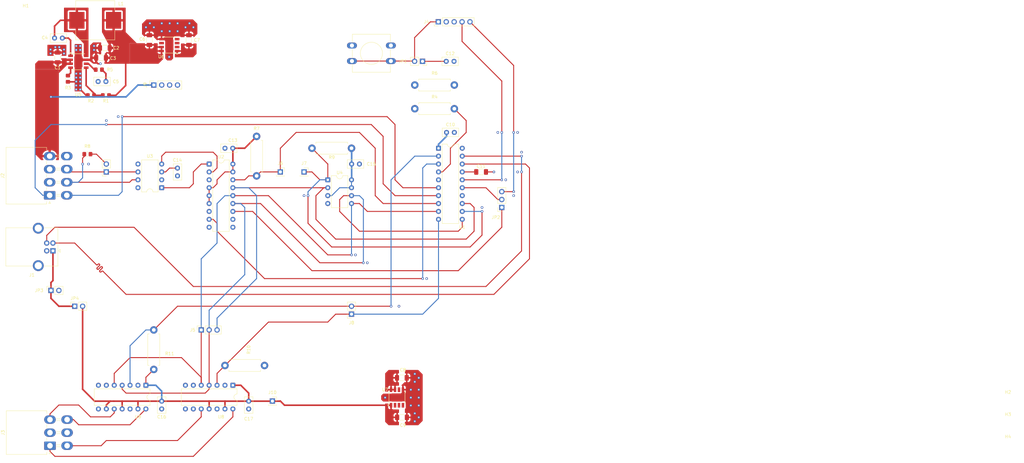
<source format=kicad_pcb>
(kicad_pcb (version 20241229) (generator "pcbnew") (generator_version "9.0")
  (layers (0 "F.Cu" signal) (4 "In1.Cu" signal) (6 "In2.Cu" signal) (2 "B.Cu" power) (13 "F.Paste" user) (15 "B.Paste" user) (5 "F.SilkS" user "F.Silkscreen") (7 "B.SilkS" user "B.Silkscreen") (1 "F.Mask" user) (3 "B.Mask" user) (25 "Edge.Cuts" user))
  (net 0 "")
  (net 1 "+12V")
  (net 2 "GND")
  (net 3 "+6.5V")
  (net 4 "Net-(U5-BST)")
  (net 5 "Net-(U5-SW)")
  (net 6 "Net-(C5-Pad2)")
  (net 7 "+5V")
  (net 8 "+5VA")
  (net 9 "Net-(U1-Vusb3v3)")
  (net 10 "Net-(JP1-A)")
  (net 12 "/USB_D+")
  (net 13 "VBUS")
  (net 15 "/USB_D-")
  (net 16 "/CAN_L")
  (net 17 "/Tach")
  (net 18 "/Speed")
  (net 19 "/CAN_H")
  (net 20 "/AN1")
  (net 21 "/AN4")
  (net 22 "/AN2")
  (net 23 "/AN3")
  (net 24 "/ICSP_~{MCLR}")
  (net 25 "/ICSP_CLK")
  (net 26 "/ICSP_DAT")
  (net 27 "/DAC1_~{CS}")
  (net 28 "/MISO")
  (net 29 "/ROM_~{CS}")
  (net 30 "/DAC2_~{CS}")
  (net 31 "/SCK")
  (net 32 "/MOSI")
  (net 33 "/CAN_~{CS}")
  (net 34 "/INT")
  (net 35 "Net-(JP5-B)")
  (net 36 "Net-(U5-FB)")
  (net 37 "Net-(U5-RT{slash}CLK)")
  (net 38 "/~{MCLR}")
  (net 39 "Net-(U5-COMP)")
  (net 41 "/CLK")
  (net 42 "/CAN_RX")
  (net 47 "/CAN_TX")
  (net 64 "/INT{slash}ICSP_CLK")
  (footprint "Connector_PinSocket_2.54mm:PinSocket_1x02_P2.54mm_Vertical" (layer "F.Cu") (at 55.88 134.62 180)
    (property "Reference" "JP5" (hide yes))
    (property "Value" "Term")
  )
  (footprint "Package_DIP:DIP-14_W7.62mm" (layer "F.Cu") (at 96.52 203.2 -90)
    (property "Reference" "U8")
    (property "Value" "MCP4912" (hide yes))
  )
  (footprint "Capacitor_THT:C_Disc_D5.0mm_W2.5mm_P2.50mm" (layer "F.Cu") (at 137.16 132.08 180)
    (property "Reference" "C15")
    (property "Value" "100n" (hide yes))
  )
  (footprint "Connector_PinSocket_2.54mm:PinSocket_1x01_P2.54mm_Vertical" (layer "F.Cu") (at 111.76 134.62)
    (property "Reference" "J6")
    (property "Value" "CAN CS")
  )
  (footprint "Connector_PinSocket_2.54mm:PinSocket_1x02_P2.54mm_Vertical" (layer "F.Cu") (at 38.1 172.72 90)
    (property "Reference" "JP3")
    (property "Value" "USB_PWR")
  )
  (footprint "Capacitor_THT:C_Disc_D5.0mm_W2.5mm_P2.50mm" (layer "F.Cu") (at 93.98 127)
    (property "Reference" "C13")
    (property "Value" "100n" (hide yes))
  )
  (footprint "Connector_PinHeader_2.54mm:PinHeader_1x05_P2.54mm_Vertical" (layer "F.Cu") (at 162.5 86.36 90)
    (property "Reference" "J4")
    (property "Value" "ICSP")
  )
  (footprint "Capacitor_THT:C_Disc_D5.0mm_W2.5mm_P2.50mm" (layer "F.Cu") (at 73.66 208.32 -90)
    (property "Reference" "C16")
    (property "Value" "100n" (hide yes))
  )
  (footprint "Connector_PinSocket_2.54mm:PinSocket_1x03_P2.54mm_Vertical" (layer "F.Cu") (at 182.88 146.035 180)
    (property "Reference" "JP2")
    (property "Value" "Prog")
  )
  (footprint "Resistor_SMD:R_0805_2012Metric_Pad1.20x1.40mm_HandSolder" (layer "F.Cu") (at 49.8 128.905 180)
    (property "Reference" "R8")
    (property "Value" "120" (hide yes))
  )
  (footprint "Resistor_SMD:R_0805_2012Metric_Pad1.20x1.40mm_HandSolder" (layer "F.Cu") (at 55.745 110)
    (property "Reference" "R1")
    (property "Value" "73k2" (hide yes))
  )
  (footprint "Connector_PinSocket_2.54mm:PinSocket_1x02_P2.54mm_Vertical" (layer "F.Cu") (at 157.42 99.06 -90)
    (property "Reference" "JP1")
    (property "Value" "~{Prog}")
  )
  (footprint "Capacitor_THT:C_Disc_D5.0mm_W2.5mm_P2.50mm" (layer "F.Cu") (at 39.255 91.585)
    (property "Reference" "C4")
    (property "Value" "100n" (hide yes))
  )
  (footprint "Capacitor_THT:C_Disc_D5.0mm_W2.5mm_P2.50mm" (layer "F.Cu") (at 165.04 99.06)
    (property "Reference" "C12")
    (property "Value" "100n" (hide yes))
  )
  (footprint "Capacitor_SMD:C_1206_3216Metric_Pad1.33x1.80mm_HandSolder" (layer "F.Cu") (at 176.2375 134.62)
    (property "Reference" "C11")
    (property "Value" "1u" (hide yes))
  )
  (footprint "Package_DIP:DIP-8_W7.62mm" (layer "F.Cu") (at 127 137.16)
    (property "Reference" "U4")
    (property "Value" "25LC160C" (hide yes))
  )
  (footprint "Resistor_THT:R_Axial_DIN0411_L9.9mm_D3.6mm_P12.70mm_Horizontal" (layer "F.Cu") (at 106.68 196.85 180)
    (property "Reference" "R10")
    (property "Value" "10k" (hide yes))
  )
  (footprint "Connector_PinSocket_2.54mm:PinSocket_1x02_P2.54mm_Vertical" (layer "F.Cu") (at 134.62 180.34 180)
    (property "Reference" "J8")
    (property "Value" "DAC CS")
  )
  (footprint "Capacitor_SMD:C_1206_3216Metric_Pad1.33x1.80mm_HandSolder" (layer "F.Cu") (at 69.715 92.22 90)
    (property "Reference" "C6")
    (property "Value" "22u" (hide yes))
  )
  (footprint "Capacitor_THT:C_Disc_D5.0mm_W2.5mm_P2.50mm" (layer "F.Cu") (at 53.245 105.555)
    (property "Reference" "C5")
    (property "Value" "100n" (hide yes))
  )
  (footprint "Resistor_SMD:R_0805_2012Metric_Pad1.20x1.40mm_HandSolder" (layer "F.Cu") (at 43.553 104.65 -90)
    (property "Reference" "R3")
    (property "Value" "50k" (hide yes))
  )
  (footprint "Button_Switch_THT:SW_PUSH-12mm" (layer "F.Cu") (at 134.76 93.98)
    (property "Reference" "SW1" (hide yes))
    (property "Value" "Reset")
  )
  (footprint "Resistor_SMD:R_0805_2012Metric_Pad1.20x1.40mm_HandSolder" (layer "F.Cu") (at 50.935 110)
    (property "Reference" "R2")
    (property "Value" "10k" (hide yes))
  )
  (footprint "Connector_Molex:Molex_Mini-Fit_Jr_5569-06A2_2x03_P4.20mm_Horizontal" (layer "F.Cu") (at 37.78 222.64 90)
    (property "Reference" "J3")
    (property "Value" "Analog")
  )
  (footprint "Resistor_THT:R_Axial_DIN0411_L9.9mm_D3.6mm_P12.70mm_Horizontal" (layer "F.Cu") (at 71.12 198.12 90)
    (property "Reference" "R11")
    (property "Value" "10k" (hide yes))
  )
  (footprint "Connector_Molex:Molex_Mini-Fit_Jr_5569-08A2_2x04_P4.20mm_Horizontal" (layer "F.Cu") (at 37.68 142.14 90)
    (property "Reference" "J2")
    (property "Value" "Conn_02x04_Top_Bottom" (hide yes))
  )
  (footprint "Capacitor_THT:C_Disc_D5.0mm_W2.5mm_P2.50mm" (layer "F.Cu") (at 78.74 135.89 90)
    (property "Reference" "C14")
    (property "Value" "100n" (hide yes))
  )
  (footprint "Resistor_SMD:R_0805_2012Metric_Pad1.20x1.40mm_HandSolder" (layer "F.Cu") (at 53.475 101.745 180)
    (property "Reference" "R5")
    (property "Value" "12k" (hide yes))
  )
  (footprint "Package_DIP:DIP-14_W7.62mm" (layer "F.Cu") (at 68.58 203.2 -90)
    (property "Reference" "U9")
    (property "Value" "MCP4912" (hide yes))
  )
  (footprint "Connector_USB:USB_B_OST_USB-B1HSxx_Horizontal" (layer "F.Cu") (at 38.735 159.98 180)
    (property "Reference" "J1")
    (property "Value" "USB_B")
  )
  (footprint "Capacitor_SMD:C_1206_3216Metric_Pad1.33x1.80mm_HandSolder" (layer "F.Cu") (at 150.7875 200.81875)
    (property "Reference" "C8")
    (property "Value" "22u" (hide yes))
  )
  (footprint "MountingHole:MountingHole_3.2mm_M3_DIN965" (layer "F.Cu") (at 345.44 209.22)
    (property "Reference" "H2")
    (property "Value" "MountingHole")
  )
  (footprint "MountingHole:MountingHole_3.2mm_M3_DIN965" (layer "F.Cu") (at 345.44 216.37)
    (property "Reference" "H3")
    (property "Value" "MountingHole")
  )
  (footprint "Package_SO:Diodes_SO-8EP" (layer "F.Cu") (at 149.225 207.12625 90)
    (property "Reference" "U7")
    (property "Value" "AP7375Q" (hide yes))
  )
  (footprint "MountingHole:MountingHole_3.2mm_M3_DIN965" (layer "F.Cu") (at 345.44 223.52)
    (property "Reference" "H4")
    (property "Value" "MountingHole")
  )
  (footprint "Connector_PinSocket_2.54mm:PinSocket_1x04_P2.54mm_Vertical" (layer "F.Cu") (at 71.12 106.68 90)
    (property "Reference" "J9")
    (property "Value" "Conn_01x04_Socket" (hide yes))
  )
  (footprint "Connector_PinSocket_2.54mm:PinSocket_1x02_P2.54mm_Vertical" (layer "F.Cu") (at 45.72 177.8 90)
    (property "Reference" "JP4")
    (property "Value" "USB_PWR" (hide yes))
  )
  (footprint "Capacitor_SMD:C_1206_3216Metric_Pad1.33x1.80mm_HandSolder" (layer "F.Cu") (at 40.251 97.808 90)
    (property "Reference" "C1")
    (property "Value" "22u" (hide yes))
  )
  (footprint "Package_DIP:DIP-20_W7.62mm" (layer "F.Cu") (at 162.56 127)
    (property "Reference" "U1")
    (property "Value" "PIC16F1459-IP" (hide yes))
  )
  (footprint "Package_SO:Diodes_SO-8EP" (layer "F.Cu") (at 46.8975 99.205)
    (property "Reference" "U5")
    (property "Value" "AP64100Q" (hide yes))
  )
  (footprint "Resistor_THT:R_Axial_DIN0411_L9.9mm_D3.6mm_P12.70mm_Horizontal" (layer "F.Cu") (at 134.62 127 180)
    (property "Reference" "R9")
    (property "Value" "10k")
  )
  (footprint "Inductor_SMD:L_Wuerth_WE-PD-Typ-LS_Handsoldering" (layer "F.Cu") (at 52.316 85.87)
    (property "Reference" "L1")
    (property "Value" "15u" (hide yes))
  )
  (footprint "Package_DIP:DIP-18_W7.62mm" (layer "F.Cu") (at 88.9 132.08)
    (property "Reference" "U2")
    (property "Value" "MCP2515-I/P" (hide yes))
  )
  (footprint "Capacitor_SMD:C_1206_3216Metric_Pad1.33x1.80mm_HandSolder" (layer "F.Cu") (at 54.1825 97.935)
    (property "Reference" "C3")
    (property "Value" "22u" (hide yes))
  )
  (footprint "Resistor_THT:R_Axial_DIN0411_L9.9mm_D3.6mm_P12.70mm_Horizontal" (layer "F.Cu") (at 104.14 123.19 -90)
    (property "Reference" "R7")
    (property "Value" "10k" (hide yes))
  )
  (footprint "Capacitor_THT:C_Disc_D5.0mm_W2.5mm_P2.50mm" (layer "F.Cu") (at 165.14 121.92)
    (property "Reference" "C10")
    (property "Value" "100n" (hide yes))
  )
  (footprint "Connector_PinSocket_2.54mm:PinSocket_1x01_P2.54mm_Vertical" (layer "F.Cu") (at 119.38 134.62)
    (property "Reference" "J7")
    (property "Value" "ROM CS")
  )
  (footprint "Capacitor_SMD:C_1206_3216Metric_Pad1.33x1.80mm_HandSolder" (layer "F.Cu") (at 55.4025 94.76)
    (property "Reference" "C2")
    (property "Value" "22u" (hide yes))
  )
  (footprint "Resistor_THT:R_Axial_DIN0411_L9.9mm_D3.6mm_P12.70mm_Horizontal" (layer "F.Cu") (at 167.64 106.68 180)
    (property "Reference" "R6")
    (property "Value" "10k" (hide yes))
  )
  (footprint "Capacitor_SMD:C_1206_3216Metric_Pad1.33x1.80mm_HandSolder" (layer "F.Cu") (at 150.8375 213.51875)
    (property "Reference" "C9")
    (property "Value" "22u" (hide yes))
  )
  (footprint "MountingHole:MountingHole_3.2mm_M3_DIN965" (layer "F.Cu") (at 30 85)
    (property "Reference" "H1")
    (property "Value" "MountingHole")
  )
  (footprint "Connector_PinSocket_2.54mm:PinSocket_1x01_P2.54mm_Vertical" (layer "F.Cu") (at 109.22 208.28)
    (property "Reference" "J10")
    (property "Value" "+5VA")
  )
  (footprint "Package_DIP:DIP-8_W7.62mm" (layer "F.Cu") (at 73.66 139.7 180)
    (property "Reference" "U3")
    (property "Value" "MCP2561-E-P" (hide yes))
  )
  (footprint "Capacitor_THT:C_Disc_D5.0mm_W2.5mm_P2.50mm" (layer "F.Cu") (at 101.6 208.32 -90)
    (property "Reference" "C17")
    (property "Value" "100n" (hide yes))
  )
  (footprint "Capacitor_SMD:C_1206_3216Metric_Pad1.33x1.80mm_HandSolder" (layer "F.Cu") (at 82.415 92.22 90)
    (property "Reference" "C7")
    (property "Value" "22u" (hide yes))
  )
  (footprint "Package_SO:Diodes_SO-8EP" (layer "F.Cu") (at 76.1075 93.8325 180)
    (property "Reference" "U6")
    (property "Value" "AP7375Q" (hide yes))
  )
  (footprint "Connector_PinSocket_2.54mm:PinSocket_1x03_P2.54mm_Vertical" (layer "F.Cu") (at 86.36 185.42 90)
    (property "Reference" "J5")
    (property "Value" "SPI debug")
  )
  (footprint "Resistor_THT:R_Axial_DIN0411_L9.9mm_D3.6mm_P12.70mm_Horizontal" (layer "F.Cu") (at 154.94 114.3)
    (property "Reference" "R4")
    (property "Value" "220" (hide yes))
  )
  (via (at 38.1 110.49) (size 0.8128) (drill 0.4) (layers "F.Cu" "B.Cu") (net 1))
  (segment (start 38.1 110.49) (end 62.23 110.49) (width 0.508) (layer "B.Cu") (net 1))
  (segment (start 62.23 110.49) (end 66.04 106.68) (width 0.508) (layer "B.Cu") (net 1))
  (segment (start 66.04 106.68) (end 71.12 106.68) (width 0.508) (layer "B.Cu") (net 1))
  (segment (start 49.395 110) (end 47.49 108.095) (width 0.508) (layer "F.Cu") (net 2))
  (segment (start 53.967 99.84) (end 53.205 99.84) (width 0.508) (layer "F.Cu") (net 2))
  (segment (start 46.125 105.65) (end 46.22 105.555) (width 0.508) (layer "F.Cu") (net 2))
  (segment (start 53.205 99.84) (end 52.62 99.255) (width 0.508) (layer "F.Cu") (net 2))
  (segment (start 52.62 99.255) (end 52.62 97.935) (width 0.508) (layer "F.Cu") (net 2))
  (segment (start 177.8 134.62) (end 180.34 134.62) (width 0.3048) (layer "F.Cu") (net 2))
  (segment (start 49.935 110) (end 49.395 110) (width 0.508) (layer "F.Cu") (net 2))
  (segment (start 43.553 105.65) (end 46.125 105.65) (width 0.508) (layer "F.Cu") (net 2))
  (via (at 156.21 204.62875) (size 0.8128) (drill 0.4) (layers "F.Cu" "B.Cu") (net 2))
  (via (at 119.38 142.24) (size 0.8128) (drill 0.4) (layers "F.Cu" "B.Cu") (net 2))
  (via (at 180.34 134.62) (size 0.8128) (drill 0.4) (layers "F.Cu" "B.Cu") (net 2))
  (via (at 39.489 94.506) (size 0.8128) (drill 0.4) (layers "F.Cu" "B.Cu") (net 2))
  (via (at 47.49 108.095) (size 0.8128) (drill 0.4) (layers "F.Cu" "B.Cu") (net 2))
  (via (at 76.22375 89.3875) (size 0.8128) (drill 0.4) (layers "F.Cu" "B.Cu") (net 2))
  (via (at 46.22 108.095) (size 0.8128) (drill 0.4) (layers "F.Cu" "B.Cu") (net 2))
  (via (at 59.69 116.84) (size 0.8128) (drill 0.4) (layers "F.Cu" "B.Cu") (net 2))
  (via (at 154.94 199.54875) (size 0.8128) (drill 0.4) (layers "F.Cu" "B.Cu") (net 2))
  (via (at 46.22 95.395) (size 0.8128) (drill 0.4) (layers "F.Cu" "B.Cu") (net 2))
  (via (at 68.60375 88.1175) (size 0.8128) (drill 0.4) (layers "F.Cu" "B.Cu") (net 2))
  (via (at 153.67 204.62875) (size 0.8128) (drill 0.4) (layers "F.Cu" "B.Cu") (net 2))
  (via (at 78.76375 86.8475) (size 0.8128) (drill 0.4) (layers "F.Cu" "B.Cu") (net 2))
  (via (at 46.22 104.285) (size 0.8128) (drill 0.4) (layers "F.Cu" "B.Cu") (net 2))
  (via (at 78.76375 89.3875) (size 0.8128) (drill 0.4) (layers "F.Cu" "B.Cu") (net 2))
  (via (at 154.94 214.78875) (size 0.8128) (drill 0.4) (layers "F.Cu" "B.Cu") (net 2))
  (via (at 51.935 94.125) (size 0.8128) (drill 0.4) (layers "F.Cu" "B.Cu") (net 2))
  (via (at 186.69 142.24) (size 0.8128) (drill 0.4) (layers "F.Cu" "B.Cu") (net 2))
  (via (at 83.84375 88.1175) (size 0.8128) (drill 0.4) (layers "F.Cu" "B.Cu") (net 2))
  (via (at 47.49 95.395) (size 0.8128) (drill 0.4) (layers "F.Cu" "B.Cu") (net 2))
  (via (at 156.21 213.51875) (size 0.8128) (drill 0.4) (layers "F.Cu" "B.Cu") (net 2))
  (via (at 73.68375 89.3875) (size 0.8128) (drill 0.4) (layers "F.Cu" "B.Cu") (net 2))
  (via (at 47.49 106.825) (size 0.8128) (drill 0.4) (layers "F.Cu" "B.Cu") (net 2))
  (via (at 154.94 212.24875) (size 0.8128) (drill 0.4) (layers "F.Cu" "B.Cu") (net 2))
  (via (at 37.965 96.538) (size 0.8128) (drill 0.4) (layers "F.Cu" "B.Cu") (net 2))
  (via (at 71.14375 88.1175) (size 0.8128) (drill 0.4) (layers "F.Cu" "B.Cu") (net 2))
  (via (at 55.88 118.11) (size 0.8128) (drill 0.4) (layers "F.Cu" "B.Cu") (net 2))
  (via (at 154.94 202.08875) (size 0.8128) (drill 0.4) (layers "F.Cu" "B.Cu") (net 2))
  (via (at 181.61 121.92) (size 0.8128) (drill 0.4) (layers "F.Cu" "B.Cu") (net 2))
  (via (at 47.49 105.555) (size 0.8128) (drill 0.4) (layers "F.Cu" "B.Cu") (net 2))
  (via (at 149.86 177.8) (size 0.8128) (drill 0.4) (layers "F.Cu" "B.Cu") (net 2))
  (via (at 189.23 128.27) (size 0.8128) (drill 0.4) (layers "F.Cu" "B.Cu") (net 2))
  (via (at 50.165 132.08) (size 0.8128) (drill 0.4) (layers "F.Cu" "B.Cu") (net 2))
  (via (at 158.75 168.91) (size 0.8128) (drill 0.4) (layers "F.Cu" "B.Cu") (net 2))
  (via (at 187.96 121.92) (size 0.8128) (drill 0.4) (layers "F.Cu" "B.Cu") (net 2))
  (via (at 53.967 99.84) (size 0.8128) (drill 0.4) (layers "F.Cu" "B.Cu") (net 2))
  (via (at 37.965 95.268) (size 0.8128) (drill 0.4) (layers "F.Cu" "B.Cu") (net 2))
  (via (at 153.67 209.70875) (size 0.8128) (drill 0.4) (layers "F.Cu" "B.Cu") (net 2))
  (via (at 47.49 104.285) (size 0.8128) (drill 0.4) (layers "F.Cu" "B.Cu") (net 2))
  (via (at 184.15 137.16) (size 0.8128) (drill 0.4) (layers "F.Cu" "B.Cu") (net 2))
  (via (at 153.67 207.16875) (size 0.8128) (drill 0.4) (layers "F.Cu" "B.Cu") (net 2))
  (via (at 76.22375 86.8475) (size 0.8128) (drill 0.4) (layers "F.Cu" "B.Cu") (net 2))
  (via (at 156.21 200.81875) (size 0.8128) (drill 0.4) (layers "F.Cu" "B.Cu") (net 2))
  (via (at 51.935 95.395) (size 0.8128) (drill 0.4) (layers "F.Cu" "B.Cu") (net 2))
  (via (at 42.283 95.268) (size 0.8128) (drill 0.4) (layers "F.Cu" "B.Cu") (net 2))
  (via (at 46.22 106.825) (size 0.8128) (drill 0.4) (layers "F.Cu" "B.Cu") (net 2))
  (via (at 42.283 96.538) (size 0.8128) (drill 0.4) (layers "F.Cu" "B.Cu") (net 2))
  (via (at 135.89 161.29) (size 0.8128) (drill 0.4) (layers "F.Cu" "B.Cu") (net 2))
  (via (at 156.21 207.16875) (size 0.8128) (drill 0.4) (layers "F.Cu" "B.Cu") (net 2))
  (via (at 46.22 105.555) (size 0.8128) (drill 0.4) (layers "F.Cu" "B.Cu") (net 2))
  (via (at 139.7 163.83) (size 0.8128) (drill 0.4) (layers "F.Cu" "B.Cu") (net 2))
  (via (at 82.57375 86.8475) (size 0.8128) (drill 0.4) (layers "F.Cu" "B.Cu") (net 2))
  (via (at 69.87375 86.8475) (size 0.8128) (drill 0.4) (layers "F.Cu" "B.Cu") (net 2))
  (via (at 40.759 94.506) (size 0.8128) (drill 0.4) (layers "F.Cu" "B.Cu") (net 2))
  (via (at 76.065 97.6425) (size 0.8128) (drill 0.4) (layers "F.Cu" "B.Cu") (net 2))
  (via (at 187.96 134.62) (size 0.8128) (drill 0.4) (layers "F.Cu" "B.Cu") (net 2))
  (via (at 46.22 103.015) (size 0.8128) (drill 0.4) (layers "F.Cu" "B.Cu") (net 2))
  (via (at 46.22 94.125) (size 0.8128) (drill 0.4) (layers "F.Cu" "B.Cu") (net 2))
  (via (at 156.21 209.70875) (size 0.8128) (drill 0.4) (layers "F.Cu" "B.Cu") (net 2))
  (via (at 47.49 103.015) (size 0.8128) (drill 0.4) (layers "F.Cu" "B.Cu") (net 2))
  (via (at 81.30375 88.1175) (size 0.8128) (drill 0.4) (layers "F.Cu" "B.Cu") (net 2))
  (via (at 73.68375 86.8475) (size 0.8128) (drill 0.4) (layers "F.Cu" "B.Cu") (net 2))
  (via (at 176.53 146.05) (size 0.8128) (drill 0.4) (layers "F.Cu" "B.Cu") (net 2))
  (via (at 145.415 207.16875) (size 0.8128) (drill 0.4) (layers "F.Cu" "B.Cu") (net 2))
  (via (at 47.49 94.125) (size 0.8128) (drill 0.4) (layers "F.Cu" "B.Cu") (net 2))
  (segment (start 60.825 97.935) (end 55.745 97.935) (width 0.508) (layer "F.Cu") (net 3))
  (segment (start 62.095 106.825) (end 62.095 99.205) (width 0.508) (layer "F.Cu") (net 3))
  (segment (start 62.095 99.205) (end 60.825 97.935) (width 0.508) (layer "F.Cu") (net 3))
  (segment (start 56.745 110) (end 58.92 110) (width 0.508) (layer "F.Cu") (net 3))
  (segment (start 58.92 110) (end 62.095 106.825) (width 0.508) (layer "F.Cu") (net 3))
  (segment (start 44.4 97.3) (end 44.4 92.305) (width 0.508) (layer "F.Cu") (net 4))
  (segment (start 44.4 92.305) (end 43.68 91.585) (width 0.508) (layer "F.Cu") (net 4))
  (segment (start 43.68 91.585) (end 41.755 91.585) (width 0.508) (layer "F.Cu") (net 4))
  (segment (start 39.255 91.585) (end 39.255 87.755) (width 0.508) (layer "F.Cu") (net 5))
  (segment (start 41.14 85.87) (end 46.416 85.87) (width 0.508) (layer "F.Cu") (net 5))
  (segment (start 39.255 87.755) (end 41.14 85.87) (width 0.508) (layer "F.Cu") (net 5))
  (segment (start 55.745 103.015) (end 54.475 101.745) (width 0.508) (layer "F.Cu") (net 6))
  (segment (start 55.745 105.555) (end 55.745 103.015) (width 0.508) (layer "F.Cu") (net 6))
  (segment (start 74.93 134.62) (end 76.16 133.39) (width 0.3048) (layer "F.Cu") (net 7))
  (segment (start 91.44 138.43) (end 91.44 137.16) (width 0.3048) (layer "F.Cu") (net 7))
  (segment (start 96.52 127.04) (end 96.48 127) (width 0.508) (layer "F.Cu") (net 7))
  (segment (start 73.66 134.62) (end 74.93 134.62) (width 0.3048) (layer "F.Cu") (net 7))
  (segment (start 91.44 137.16) (end 93.98 134.62) (width 0.3048) (layer "F.Cu") (net 7))
  (segment (start 96.52 134.62) (end 96.52 132.08) (width 0.3048) (layer "F.Cu") (net 7))
  (segment (start 90.17 139.7) (end 91.44 138.43) (width 0.3048) (layer "F.Cu") (net 7))
  (segment (start 88.9 139.7) (end 90.17 139.7) (width 0.3048) (layer "F.Cu") (net 7))
  (segment (start 88.9 144.78) (end 88.9 139.7) (width 0.3048) (layer "F.Cu") (net 7))
  (segment (start 96.52 132.08) (end 96.52 127.04) (width 0.508) (layer "F.Cu") (net 7))
  (segment (start 96.48 127) (end 100.33 127) (width 0.508) (layer "F.Cu") (net 7))
  (segment (start 93.98 134.62) (end 96.52 134.62) (width 0.3048) (layer "F.Cu") (net 7))
  (segment (start 76.16 133.39) (end 78.74 133.39) (width 0.3048) (layer "F.Cu") (net 7))
  (segment (start 100.33 127) (end 104.14 123.19) (width 0.508) (layer "F.Cu") (net 7))
  (segment (start 130.81 139.7) (end 128.27 142.24) (width 0.3048) (layer "B.Cu") (net 7))
  (segment (start 134.62 127) (end 134.62 128.27) (width 0.508) (layer "B.Cu") (net 7))
  (segment (start 134.62 128.27) (end 134.66 128.31) (width 0.508) (layer "B.Cu") (net 7))
  (segment (start 134.66 137.12) (end 134.62 137.16) (width 0.508) (layer "B.Cu") (net 7))
  (segment (start 134.66 128.31) (end 134.66 132.08) (width 0.508) (layer "B.Cu") (net 7))
  (segment (start 134.66 132.08) (end 134.66 137.12) (width 0.508) (layer "B.Cu") (net 7))
  (segment (start 165.14 123.15) (end 165.14 121.92) (width 0.508) (layer "B.Cu") (net 7))
  (segment (start 134.62 139.7) (end 134.62 137.16) (width 0.3048) (layer "B.Cu") (net 7))
  (segment (start 162.56 125.73) (end 165.14 123.15) (width 0.508) (layer "B.Cu") (net 7))
  (segment (start 162.56 127) (end 162.56 125.73) (width 0.508) (layer "B.Cu") (net 7))
  (segment (start 128.27 142.24) (end 127 142.24) (width 0.3048) (layer "B.Cu") (net 7))
  (segment (start 134.62 139.7) (end 130.81 139.7) (width 0.3048) (layer "B.Cu") (net 7))
  (segment (start 99.06 203.2) (end 96.52 203.2) (width 0.508) (layer "F.Cu") (net 8))
  (segment (start 93.98 210.82) (end 93.98 208.32) (width 0.508) (layer "F.Cu") (net 8))
  (segment (start 101.6 208.32) (end 101.6 205.74) (width 0.508) (layer "F.Cu") (net 8))
  (segment (start 71.12 198.12) (end 68.58 200.66) (width 0.3048) (layer "F.Cu") (net 8))
  (segment (start 68.58 200.66) (end 68.58 203.2) (width 0.3048) (layer "F.Cu") (net 8))
  (segment (start 66.04 210.82) (end 66.04 208.32) (width 0.508) (layer "F.Cu") (net 8))
  (segment (start 60.96 208.32) (end 58.32 208.32) (width 0.508) (layer "F.Cu") (net 8))
  (segment (start 111.76 208.28) (end 111.72 208.32) (width 0.508) (layer "F.Cu") (net 8))
  (segment (start 48.26 177.8) (end 48.26 204.47) (width 0.508) (layer "F.Cu") (net 8))
  (segment (start 93.98 208.32) (end 88.9 208.32) (width 0.508) (layer "F.Cu") (net 8))
  (segment (start 101.6 208.32) (end 93.98 208.32) (width 0.508) (layer "F.Cu") (net 8))
  (segment (start 55.88 209.55) (end 55.88 210.82) (width 0.508) (layer "F.Cu") (net 8))
  (segment (start 58.32 208.32) (end 57.11 208.32) (width 0.508) (layer "F.Cu") (net 8))
  (segment (start 52.11 208.32) (end 57.11 208.32) (width 0.508) (layer "F.Cu") (net 8))
  (segment (start 73.66 208.32) (end 66.04 208.32) (width 0.508) (layer "F.Cu") (net 8))
  (segment (start 66.04 208.32) (end 60.96 208.32) (width 0.508) (layer "F.Cu") (net 8))
  (segment (start 57.11 208.32) (end 55.88 209.55) (width 0.508) (layer "F.Cu") (net 8))
  (segment (start 147.32 209.62375) (end 113.10375 209.62375) (width 0.508) (layer "F.Cu") (net 8))
  (segment (start 60.96 210.82) (end 60.96 208.32) (width 0.508) (layer "F.Cu") (net 8))
  (segment (start 113.10375 209.62375) (end 111.76 208.28) (width 0.508) (layer "F.Cu") (net 8))
  (segment (start 88.9 210.82) (end 88.9 208.32) (width 0.508) (layer "F.Cu") (net 8))
  (segment (start 48.26 204.47) (end 52.11 208.32) (width 0.508) (layer "F.Cu") (net 8))
  (segment (start 111.72 208.32) (end 101.6 208.32) (width 0.508) (layer "F.Cu") (net 8))
  (segment (start 101.6 205.74) (end 99.06 203.2) (width 0.508) (layer "F.Cu") (net 8))
  (segment (start 88.9 208.32) (end 73.66 208.32) (width 0.508) (layer "F.Cu") (net 8))
  (segment (start 68.58 203.2) (end 71.755 203.2) (width 0.508) (layer "B.Cu") (net 8))
  (segment (start 71.755 203.2) (end 73.66 205.105) (width 0.508) (layer "B.Cu") (net 8))
  (segment (start 73.66 205.105) (end 73.66 208.32) (width 0.508) (layer "B.Cu") (net 8))
  (segment (start 170.18 134.62) (end 174.675 134.62) (width 0.3048) (layer "F.Cu") (net 9))
  (segment (start 157.42 99.06) (end 165.04 99.06) (width 0.3048) (layer "F.Cu") (net 10))
  (segment (start 36.735 155.035) (end 39.37 152.4) (width 0.3048) (layer "F.Cu") (net 12))
  (segment (start 39.37 152.4) (end 64.77 152.4) (width 0.3048) (layer "F.Cu") (net 12))
  (segment (start 177.799999 171.45) (end 189.23 160.019999) (width 0.3048) (layer "F.Cu") (net 12))
  (segment (start 83.82 171.45) (end 177.799999 171.45) (width 0.3048) (layer "F.Cu") (net 12))
  (segment (start 64.77 152.4) (end 83.82 171.45) (width 0.3048) (layer "F.Cu") (net 12))
  (segment (start 189.23 160.019999) (end 189.23 134.62) (width 0.3048) (layer "F.Cu") (net 12))
  (segment (start 170.18 129.54) (end 189.23 129.54) (width 0.3048) (layer "F.Cu") (net 12))
  (segment (start 36.735 157.48) (end 36.735 155.035) (width 0.3048) (layer "F.Cu") (net 12))
  (via (at 189.23 129.54) (size 0.8128) (drill 0.4) (layers "F.Cu" "B.Cu") (net 12))
  (via (at 189.23 134.62) (size 0.8128) (drill 0.4) (layers "F.Cu" "B.Cu") (net 12))
  (segment (start 189.23 129.54) (end 189.23 134.62) (width 0.3048) (layer "B.Cu") (net 12))
  (segment (start 38.1 170.18) (end 38.1 172.72) (width 0.508) (layer "F.Cu") (net 13))
  (segment (start 40.64 177.8) (end 45.72 177.8) (width 0.508) (layer "F.Cu") (net 13))
  (segment (start 38.1 175.26) (end 40.64 177.8) (width 0.508) (layer "F.Cu") (net 13))
  (segment (start 38.735 169.545) (end 38.1 170.18) (width 0.508) (layer "F.Cu") (net 13))
  (segment (start 38.1 172.72) (end 38.1 175.26) (width 0.508) (layer "F.Cu") (net 13))
  (segment (start 38.735 159.98) (end 38.735 169.545) (width 0.508) (layer "F.Cu") (net 13))
  (segment (start 58.469419 170.229419) (end 62.23 173.99) (width 0.3048) (layer "F.Cu") (net 15))
  (segment (start 54.170575 165.930575) (end 53.998154 166.102995) (width 0.3048) (layer "F.Cu") (net 15))
  (segment (start 62.23 173.99) (end 180.34 173.99) (width 0.3048) (layer "F.Cu") (net 15))
  (segment (start 38.735 157.48) (end 45.72 157.48) (width 0.3048) (layer "F.Cu") (net 15))
  (segment (start 53.480893 164.896052) (end 53.308472 165.068473) (width 0.3048) (layer "F.Cu") (net 15))
  (segment (start 54.564949 165.536204) (end 54.170575 165.930575) (width 0.3048) (layer "F.Cu") (net 15))
  (segment (start 54.860257 166.620257) (end 58.469419 170.229419) (width 0.3048) (layer "F.Cu") (net 15))
  (segment (start 190.5 132.08) (end 170.18 132.08) (width 0.3048) (layer "F.Cu") (net 15))
  (segment (start 191.77 133.35) (end 190.5 132.08) (width 0.3048) (layer "F.Cu") (net 15))
  (segment (start 54.207269 166.755984) (end 54.429205 166.534047) (width 0.3048) (layer "F.Cu") (net 15))
  (segment (start 180.34 173.99) (end 191.77 162.56) (width 0.3048) (layer "F.Cu") (net 15))
  (segment (start 53.049842 164.465001) (end 53.271777 164.243063) (width 0.3048) (layer "F.Cu") (net 15))
  (segment (start 53.616619 164.243063) (end 53.702829 164.329273) (width 0.3048) (layer "F.Cu") (net 15))
  (segment (start 54.774047 166.534047) (end 54.860257 166.620257) (width 0.3048) (layer "F.Cu") (net 15))
  (segment (start 52.914117 165.80767) (end 53.000327 165.89388) (width 0.3048) (layer "F.Cu") (net 15))
  (segment (start 53.308473 165.068473) (end 52.914117 165.462828) (width 0.3048) (layer "F.Cu") (net 15))
  (segment (start 54.478739 165.105152) (end 54.564949 165.191362) (width 0.3048) (layer "F.Cu") (net 15))
  (segment (start 53.702829 164.674115) (end 53.480893 164.896052) (width 0.3048) (layer "F.Cu") (net 15))
  (segment (start 53.308472 165.068473) (end 53.308473 165.068473) (width 0.3048) (layer "F.Cu") (net 15))
  (segment (start 53.345169 165.89388) (end 53.739524 165.499524) (width 0.3048) (layer "F.Cu") (net 15))
  (segment (start 53.739524 165.499524) (end 54.133895 165.10515) (width 0.3048) (layer "F.Cu") (net 15))
  (segment (start 53.776217 166.669774) (end 53.862427 166.755984) (width 0.3048) (layer "F.Cu") (net 15))
  (segment (start 45.72 157.48) (end 52.705 164.465) (width 0.3048) (layer "F.Cu") (net 15))
  (segment (start 191.77 162.56) (end 191.77 133.35) (width 0.3048) (layer "F.Cu") (net 15))
  (segment (start 53.998154 166.102995) (end 53.776217 166.324932) (width 0.3048) (layer "F.Cu") (net 15))
  (arc (start 54.564949 165.191362) (mid 54.636368 165.363783) (end 54.564949 165.536204) (width 0.3048) (layer "F.Cu") (net 15))
  (arc (start 53.000327 165.89388) (mid 53.172748 165.965299) (end 53.345169 165.89388) (width 0.3048) (layer "F.Cu") (net 15))
  (arc (start 54.429205 166.534047) (mid 54.601626 166.462628) (end 54.774047 166.534047) (width 0.3048) (layer "F.Cu") (net 15))
  (arc (start 53.702829 164.329273) (mid 53.774248 164.501694) (end 53.702829 164.674115) (width 0.3048) (layer "F.Cu") (net 15))
  (arc (start 53.862427 166.755984) (mid 54.034848 166.827403) (end 54.207269 166.755984) (width 0.3048) (layer "F.Cu") (net 15))
  (arc (start 53.271777 164.243063) (mid 53.444198 164.171644) (end 53.616619 164.243063) (width 0.3048) (layer "F.Cu") (net 15))
  (arc (start 53.776217 166.324932) (mid 53.704798 166.497353) (end 53.776217 166.669774) (width 0.3048) (layer "F.Cu") (net 15))
  (arc (start 52.914117 165.462828) (mid 52.842698 165.635249) (end 52.914117 165.80767) (width 0.3048) (layer "F.Cu") (net 15))
  (arc (start 54.133895 165.10515) (mid 54.306318 165.033733) (end 54.478739 165.105152) (width 0.3048) (layer "F.Cu") (net 15))
  (arc (start 52.705 164.465) (mid 52.877422 164.536419) (end 53.049842 164.465001) (width 0.3048) (layer "F.Cu") (net 15))
  (segment (start 44.06 134.62) (end 43.18 133.74) (width 0.3048) (layer "F.Cu") (net 16))
  (segment (start 66.04 134.62) (end 44.06 134.62) (width 0.3048) (layer "F.Cu") (net 16))
  (segment (start 144.78 123.19) (end 140.97 119.38) (width 0.3048) (layer "F.Cu") (net 17))
  (segment (start 140.97 119.38) (end 55.88 119.38) (width 0.3048) (layer "F.Cu") (net 17))
  (segment (start 144.78 138.43) (end 144.78 123.19) (width 0.3048) (layer "F.Cu") (net 17))
  (segment (start 162.56 142.24) (end 148.59 142.24) (width 0.3048) (layer "F.Cu") (net 17))
  (segment (start 148.59 142.24) (end 144.78 138.43) (width 0.3048) (layer "F.Cu") (net 17))
  (via (at 55.88 119.38) (size 0.8128) (drill 0.4) (layers "F.Cu" "B.Cu") (net 17))
  (segment (start 55.88 119.38) (end 38.1 119.38) (width 0.3048) (layer "B.Cu") (net 17))
  (segment (start 35.46 142.14) (end 37.68 142.14) (width 0.3048) (layer "B.Cu") (net 17))
  (segment (start 33.02 139.7) (end 35.46 142.14) (width 0.3048) (layer "B.Cu") (net 17))
  (segment (start 33.02 124.46) (end 33.02 139.7) (width 0.3048) (layer "B.Cu") (net 17))
  (segment (start 38.1 119.38) (end 33.02 124.46) (width 0.3048) (layer "B.Cu") (net 17))
  (segment (start 148.59 119.379999) (end 148.59 137.16) (width 0.3048) (layer "F.Cu") (net 18))
  (segment (start 148.59 137.16) (end 151.13 139.7) (width 0.3048) (layer "F.Cu") (net 18))
  (segment (start 60.96 116.84) (end 146.050001 116.84) (width 0.3048) (layer "F.Cu") (net 18))
  (segment (start 151.13 139.7) (end 162.56 139.7) (width 0.3048) (layer "F.Cu") (net 18))
  (segment (start 146.050001 116.84) (end 148.59 119.379999) (width 0.3048) (layer "F.Cu") (net 18))
  (via (at 60.96 116.84) (size 0.8128) (drill 0.4) (layers "F.Cu" "B.Cu") (net 18))
  (segment (start 60.96 140.97) (end 60.96 116.84) (width 0.3048) (layer "B.Cu") (net 18))
  (segment (start 59.79 142.14) (end 60.96 140.97) (width 0.3048) (layer "B.Cu") (net 18))
  (segment (start 43.18 142.14) (end 59.79 142.14) (width 0.3048) (layer "B.Cu") (net 18))
  (segment (start 48.8 129.635) (end 48.26 130.175) (width 0.3048) (layer "F.Cu") (net 19))
  (segment (start 66.04 137.16) (end 64.135 137.16) (width 0.3048) (layer "F.Cu") (net 19))
  (segment (start 48.8 128.905) (end 48.8 129.635) (width 0.3048) (layer "F.Cu") (net 19))
  (segment (start 48.26 130.175) (end 48.26 132.08) (width 0.3048) (layer "F.Cu") (net 19))
  (segment (start 64.135 137.16) (end 63.355 137.94) (width 0.3048) (layer "F.Cu") (net 19))
  (segment (start 63.355 137.94) (end 43.18 137.94) (width 0.3048) (layer "F.Cu") (net 19))
  (via (at 48.26 132.08) (size 0.8128) (drill 0.4) (layers "F.Cu" "B.Cu") (net 19))
  (segment (start 48.26 132.08) (end 48.26 136.525) (width 0.3048) (layer "B.Cu") (net 19))
  (segment (start 46.845 137.94) (end 43.18 137.94) (width 0.3048) (layer "B.Cu") (net 19))
  (segment (start 48.26 136.525) (end 46.845 137.94) (width 0.3048) (layer "B.Cu") (net 19))
  (segment (start 39.37 226.06) (end 37.78 224.47) (width 0.3048) (layer "F.Cu") (net 20))
  (segment (start 83.82 226.06) (end 39.37 226.06) (width 0.3048) (layer "F.Cu") (net 20))
  (segment (start 96.52 210.82) (end 96.52 213.36) (width 0.3048) (layer "F.Cu") (net 20))
  (segment (start 96.52 213.36) (end 83.82 226.06) (width 0.3048) (layer "F.Cu") (net 20))
  (segment (start 37.78 224.47) (end 37.78 222.64) (width 0.3048) (layer "F.Cu") (net 20))
  (segment (start 37.78 212.41) (end 37.78 214.24) (width 0.3048) (layer "F.Cu") (net 21))
  (segment (start 40.64 209.55) (end 37.78 212.41) (width 0.3048) (layer "F.Cu") (net 21))
  (segment (start 46.99 209.55) (end 40.64 209.55) (width 0.3048) (layer "F.Cu") (net 21))
  (segment (start 58.42 210.82) (end 58.42 212.09) (width 0.3048) (layer "F.Cu") (net 21))
  (segment (start 57.15 213.36) (end 50.8 213.36) (width 0.3048) (layer "F.Cu") (net 21))
  (segment (start 58.42 212.09) (end 57.15 213.36) (width 0.3048) (layer "F.Cu") (net 21))
  (segment (start 50.8 213.36) (end 46.99 209.55) (width 0.3048) (layer "F.Cu") (net 21))
  (segment (start 54.22 222.64) (end 43.28 222.64) (width 0.3048) (layer "F.Cu") (net 22))
  (segment (start 55.88 220.98) (end 54.22 222.64) (width 0.3048) (layer "F.Cu") (net 22))
  (segment (start 78.74 220.98) (end 55.88 220.98) (width 0.3048) (layer "F.Cu") (net 22))
  (segment (start 86.36 210.82) (end 86.36 213.36) (width 0.3048) (layer "F.Cu") (net 22))
  (segment (start 86.36 213.36) (end 78.74 220.98) (width 0.3048) (layer "F.Cu") (net 22))
  (segment (start 68.58 210.82) (end 63.5 215.9) (width 0.3048) (layer "F.Cu") (net 23))
  (segment (start 63.5 215.9) (end 46.99 215.9) (width 0.3048) (layer "F.Cu") (net 23))
  (segment (start 46.99 215.9) (end 45.33 214.24) (width 0.3048) (layer "F.Cu") (net 23))
  (segment (start 45.33 214.24) (end 43.28 214.24) (width 0.3048) (layer "F.Cu") (net 23))
  (segment (start 134.76 98.98) (end 154.8 98.98) (width 0.3048) (layer "F.Cu") (net 24))
  (segment (start 159.96 86.36) (end 162.5 86.36) (width 0.3048) (layer "F.Cu") (net 24))
  (segment (start 154.88 99.06) (end 154.88 91.44) (width 0.3048) (layer "F.Cu") (net 24))
  (segment (start 154.88 91.44) (end 159.96 86.36) (width 0.3048) (layer "F.Cu") (net 24))
  (segment (start 154.8 98.98) (end 154.88 99.06) (width 0.3048) (layer "F.Cu") (net 24))
  (segment (start 186.69 100.39) (end 172.66 86.36) (width 0.3048) (layer "F.Cu") (net 25))
  (segment (start 182.88 140.955) (end 186.675 140.955) (width 0.3048) (layer "F.Cu") (net 25))
  (segment (start 186.675 140.955) (end 186.69 140.97) (width 0.3048) (layer "F.Cu") (net 25))
  (segment (start 186.69 121.92) (end 186.69 100.39) (width 0.3048) (layer "F.Cu") (net 25))
  (via (at 186.69 121.92) (size 0.8128) (drill 0.4) (layers "F.Cu" "B.Cu") (net 25))
  (via (at 186.69 140.97) (size 0.8128) (drill 0.4) (layers "F.Cu" "B.Cu") (net 25))
  (segment (start 186.69 140.97) (end 186.69 121.92) (width 0.3048) (layer "B.Cu") (net 25))
  (segment (start 170.18 137.16) (end 182.88 137.16) (width 0.3048) (layer "F.Cu") (net 26))
  (segment (start 182.88 121.92) (end 182.88 105.41) (width 0.3048) (layer "F.Cu") (net 26))
  (segment (start 182.88 105.41) (end 170.12 92.65) (width 0.3048) (layer "F.Cu") (net 26))
  (segment (start 170.12 92.65) (end 170.12 86.36) (width 0.3048) (layer "F.Cu") (net 26))
  (via (at 182.88 137.16) (size 0.8128) (drill 0.4) (layers "F.Cu" "B.Cu") (net 26))
  (via (at 182.88 121.92) (size 0.8128) (drill 0.4) (layers "F.Cu" "B.Cu") (net 26))
  (segment (start 182.88 137.16) (end 182.88 121.92) (width 0.3048) (layer "B.Cu") (net 26))
  (segment (start 129.54 180.34) (end 127 182.88) (width 0.3048) (layer "F.Cu") (net 27))
  (segment (start 107.95 182.88) (end 93.98 196.85) (width 0.3048) (layer "F.Cu") (net 27))
  (segment (start 93.98 196.85) (end 91.44 199.39) (width 0.3048) (layer "F.Cu") (net 27))
  (segment (start 127 182.88) (end 107.95 182.88) (width 0.3048) (layer "F.Cu") (net 27))
  (segment (start 91.44 199.39) (end 91.44 203.2) (width 0.3048) (layer "F.Cu") (net 27))
  (segment (start 134.62 180.34) (end 129.54 180.34) (width 0.3048) (layer "F.Cu") (net 27))
  (segment (start 162.56 175.26) (end 157.48 180.34) (width 0.3048) (layer "B.Cu") (net 27))
  (segment (start 162.56 149.86) (end 162.56 175.26) (width 0.3048) (layer "B.Cu") (net 27))
  (segment (start 157.48 180.34) (end 134.62 180.34) (width 0.3048) (layer "B.Cu") (net 27))
  (segment (start 171.45 156.21) (end 129.54 156.21) (width 0.3048) (layer "F.Cu") (net 28))
  (segment (start 127 139.7) (end 96.52 139.7) (width 0.3048) (layer "F.Cu") (net 28))
  (segment (start 124.46 139.7) (end 127 139.7) (width 0.3048) (layer "F.Cu") (net 28))
  (segment (start 173.99 146.05) (end 173.99 153.67) (width 0.3048) (layer "F.Cu") (net 28))
  (segment (start 123.19 149.86) (end 123.19 142.24) (width 0.3048) (layer "F.Cu") (net 28))
  (segment (start 173.99 153.67) (end 171.45 156.21) (width 0.3048) (layer "F.Cu") (net 28))
  (segment (start 129.54 156.21) (end 123.19 149.86) (width 0.3048) (layer "F.Cu") (net 28))
  (segment (start 170.18 144.78) (end 172.72 144.78) (width 0.3048) (layer "F.Cu") (net 28))
  (segment (start 172.72 144.78) (end 173.99 146.05) (width 0.3048) (layer "F.Cu") (net 28))
  (segment (start 123.19 142.24) (end 125.73 139.7) (width 0.3048) (layer "F.Cu") (net 28))
  (segment (start 125.73 139.7) (end 127 139.7) (width 0.3048) (layer "F.Cu") (net 28))
  (segment (start 104.14 142.24) (end 104.14 168.91) (width 0.3048) (layer "B.Cu") (net 28))
  (segment (start 96.52 139.7) (end 101.6 139.7) (width 0.3048) (layer "B.Cu") (net 28))
  (segment (start 104.14 168.91) (end 91.44 181.61) (width 0.3048) (layer "B.Cu") (net 28))
  (segment (start 91.44 181.61) (end 91.44 185.42) (width 0.3048) (layer "B.Cu") (net 28))
  (segment (start 101.6 139.7) (end 104.14 142.24) (width 0.3048) (layer "B.Cu") (net 28))
  (segment (start 120.65 151.13) (end 120.65 142.24) (width 0.3048) (layer "F.Cu") (net 29))
  (segment (start 176.53 147.32) (end 176.53 154.94) (width 0.3048) (layer "F.Cu") (net 29))
  (segment (start 128.27 158.75) (end 120.65 151.13) (width 0.3048) (layer "F.Cu") (net 29))
  (segment (start 127 137.16) (end 127 132.08) (width 0.3048) (layer "F.Cu") (net 29))
  (segment (start 124.46 137.16) (end 121.92 134.62) (width 0.3048) (layer "F.Cu") (net 29))
  (segment (start 127 137.16) (end 124.46 137.16) (width 0.3048) (layer "F.Cu") (net 29))
  (segment (start 121.92 134.62) (end 119.38 134.62) (width 0.3048) (layer "F.Cu") (net 29))
  (segment (start 176.53 154.94) (end 172.72 158.75) (width 0.3048) (layer "F.Cu") (net 29))
  (segment (start 172.72 158.75) (end 128.27 158.75) (width 0.3048) (layer "F.Cu") (net 29))
  (segment (start 127 132.08) (end 121.92 127) (width 0.3048) (layer "F.Cu") (net 29))
  (via (at 120.65 142.24) (size 0.8128) (drill 0.4) (layers "F.Cu" "B.Cu") (net 29))
  (via (at 176.53 147.32) (size 0.8128) (drill 0.4) (layers "F.Cu" "B.Cu") (net 29))
  (segment (start 170.18 147.32) (end 176.53 147.32) (width 0.3048) (layer "B.Cu") (net 29))
  (segment (start 120.65 140.97) (end 124.46 137.16) (width 0.3048) (layer "B.Cu") (net 29))
  (segment (start 120.65 142.24) (end 120.65 140.97) (width 0.3048) (layer "B.Cu") (net 29))
  (segment (start 124.46 137.16) (end 127 137.16) (width 0.3048) (layer "B.Cu") (net 29))
  (segment (start 147.32 177.8) (end 78.74 177.8) (width 0.3048) (layer "F.Cu") (net 30))
  (segment (start 78.74 177.8) (end 71.12 185.42) (width 0.3048) (layer "F.Cu") (net 30))
  (via (at 147.32 177.8) (size 0.8128) (drill 0.4) (layers "F.Cu" "B.Cu") (net 30))
  (segment (start 147.32 137.16) (end 154.94 129.54) (width 0.3048) (layer "B.Cu") (net 30))
  (segment (start 63.5 190.5) (end 68.58 185.42) (width 0.3048) (layer "B.Cu") (net 30))
  (segment (start 63.5 203.2) (end 63.5 190.5) (width 0.3048) (layer "B.Cu") (net 30))
  (segment (start 147.32 177.8) (end 147.32 137.16) (width 0.3048) (layer "B.Cu") (net 30))
  (segment (start 68.58 185.42) (end 71.12 185.42) (width 0.3048) (layer "B.Cu") (net 30))
  (segment (start 154.94 129.54) (end 162.56 129.54) (width 0.3048) (layer "B.Cu") (net 30))
  (segment (start 170.18 149.86) (end 170.18 152.4) (width 0.3048) (layer "F.Cu") (net 31))
  (segment (start 88.9 185.42) (end 88.9 203.2) (width 0.3048) (layer "F.Cu") (net 31))
  (segment (start 62.23 205.74) (end 60.96 204.47) (width 0.3048) (layer "F.Cu") (net 31))
  (segment (start 138.43 163.83) (end 124.46 163.83) (width 0.3048) (layer "F.Cu") (net 31))
  (segment (start 88.9 204.47) (end 87.63 205.74) (width 0.3048) (layer "F.Cu") (net 31))
  (segment (start 168.91 153.67) (end 137.16 153.67) (width 0.3048) (layer "F.Cu") (net 31))
  (segment (start 124.46 163.83) (end 105.41 144.78) (width 0.3048) (layer "F.Cu") (net 31))
  (segment (start 137.16 153.67) (end 130.81 147.32) (width 0.3048) (layer "F.Cu") (net 31))
  (segment (start 105.41 144.78) (end 96.52 144.78) (width 0.3048) (layer "F.Cu") (net 31))
  (segment (start 132.08 142.24) (end 134.62 142.24) (width 0.3048) (layer "F.Cu") (net 31))
  (segment (start 88.9 203.2) (end 88.9 204.47) (width 0.3048) (layer "F.Cu") (net 31))
  (segment (start 87.63 205.74) (end 62.23 205.74) (width 0.3048) (layer "F.Cu") (net 31))
  (segment (start 130.81 143.51) (end 132.08 142.24) (width 0.3048) (layer "F.Cu") (net 31))
  (segment (start 130.81 147.32) (end 130.81 143.51) (width 0.3048) (layer "F.Cu") (net 31))
  (segment (start 170.18 152.4) (end 168.91 153.67) (width 0.3048) (layer "F.Cu") (net 31))
  (segment (start 60.96 204.47) (end 60.96 203.2) (width 0.3048) (layer "F.Cu") (net 31))
  (via (at 138.43 163.83) (size 0.8128) (drill 0.4) (layers "F.Cu" "B.Cu") (net 31))
  (segment (start 99.06 144.78) (end 100.33 146.05) (width 0.3048) (layer "B.Cu") (net 31))
  (segment (start 137.16 142.24) (end 138.43 143.51) (width 0.3048) (layer "B.Cu") (net 31))
  (segment (start 100.33 146.05) (end 100.33 167.64) (width 0.3048) (layer "B.Cu") (net 31))
  (segment (start 138.43 143.51) (end 138.43 163.83) (width 0.3048) (layer "B.Cu") (net 31))
  (segment (start 96.52 144.78) (end 99.06 144.78) (width 0.3048) (layer "B.Cu") (net 31))
  (segment (start 134.62 142.24) (end 137.16 142.24) (width 0.3048) (layer "B.Cu") (net 31))
  (segment (start 100.33 167.64) (end 88.9 179.07) (width 0.3048) (layer "B.Cu") (net 31))
  (segment (start 88.9 179.07) (end 88.9 185.42) (width 0.3048) (layer "B.Cu") (net 31))
  (segment (start 58.42 199.39) (end 58.42 203.2) (width 0.3048) (layer "F.Cu") (net 32))
  (segment (start 86.36 200.66) (end 80.01 194.31) (width 0.3048) (layer "F.Cu") (net 32))
  (segment (start 63.5 194.31) (end 58.42 199.39) (width 0.3048) (layer "F.Cu") (net 32))
  (segment (start 86.36 203.2) (end 86.36 200.66) (width 0.3048) (layer "F.Cu") (net 32))
  (segment (start 137.16 144.78) (end 139.7 147.32) (width 0.3048) (layer "F.Cu") (net 32))
  (segment (start 107.95 142.24) (end 96.52 142.24) (width 0.3048) (layer "F.Cu") (net 32))
  (segment (start 127 161.29) (end 107.95 142.24) (width 0.3048) (layer "F.Cu") (net 32))
  (segment (start 139.7 147.32) (end 162.56 147.32) (width 0.3048) (layer "F.Cu") (net 32))
  (segment (start 86.36 185.42) (end 86.36 203.2) (width 0.3048) (layer "F.Cu") (net 32))
  (segment (start 80.01 194.31) (end 63.5 194.31) (width 0.3048) (layer "F.Cu") (net 32))
  (segment (start 134.62 144.78) (end 137.16 144.78) (width 0.3048) (layer "F.Cu") (net 32))
  (segment (start 134.62 161.29) (end 127 161.29) (width 0.3048) (layer "F.Cu") (net 32))
  (via (at 134.62 161.29) (size 0.8128) (drill 0.4) (layers "F.Cu" "B.Cu") (net 32))
  (segment (start 134.62 161.29) (end 134.62 144.78) (width 0.3048) (layer "B.Cu") (net 32))
  (segment (start 96.52 142.24) (end 93.98 142.24) (width 0.3048) (layer "B.Cu") (net 32))
  (segment (start 91.44 157.48) (end 86.36 162.56) (width 0.3048) (layer "B.Cu") (net 32))
  (segment (start 93.98 142.24) (end 91.44 144.78) (width 0.3048) (layer "B.Cu") (net 32))
  (segment (start 86.36 162.56) (end 86.36 185.42) (width 0.3048) (layer "B.Cu") (net 32))
  (segment (start 91.44 144.78) (end 91.44 157.48) (width 0.3048) (layer "B.Cu") (net 32))
  (segment (start 111.76 127) (end 111.76 134.62) (width 0.3048) (layer "F.Cu") (net 33))
  (segment (start 111.76 134.62) (end 105.41 134.62) (width 0.3048) (layer "F.Cu") (net 33))
  (segment (start 144.78 144.78) (end 142.24 142.24) (width 0.3048) (layer "F.Cu") (net 33))
  (segment (start 101.6 135.89) (end 104.14 135.89) (width 0.3048) (layer "F.Cu") (net 33))
  (segment (start 96.52 137.16) (end 100.33 137.16) (width 0.3048) (layer "F.Cu") (net 33))
  (segment (start 142.24 127) (end 137.16 121.92) (width 0.3048) (layer "F.Cu") (net 33))
  (segment (start 105.41 134.62) (end 104.14 135.89) (width 0.3048) (layer "F.Cu") (net 33))
  (segment (start 162.56 144.78) (end 144.78 144.78) (width 0.3048) (layer "F.Cu") (net 33))
  (segment (start 116.84 121.92) (end 111.76 127) (width 0.3048) (layer "F.Cu") (net 33))
  (segment (start 137.16 121.92) (end 116.84 121.92) (width 0.3048) (layer "F.Cu") (net 33))
  (segment (start 142.24 142.24) (end 142.24 127) (width 0.3048) (layer "F.Cu") (net 33))
  (segment (start 100.33 137.16) (end 101.6 135.89) (width 0.3048) (layer "F.Cu") (net 33))
  (segment (start 102.87 147.32) (end 121.92 166.37) (width 0.3048) (layer "F.Cu") (net 34))
  (segment (start 168.91 166.37) (end 182.88 152.4) (width 0.3048) (layer "F.Cu") (net 34))
  (segment (start 96.52 147.32) (end 102.87 147.32) (width 0.3048) (layer "F.Cu") (net 34))
  (segment (start 182.88 152.4) (end 182.88 146.035) (width 0.3048) (layer "F.Cu") (net 34))
  (segment (start 121.92 166.37) (end 168.91 166.37) (width 0.3048) (layer "F.Cu") (net 34))
  (segment (start 50.8 128.905) (end 52.705 128.905) (width 0.3048) (layer "F.Cu") (net 35))
  (segment (start 52.705 128.905) (end 55.88 132.08) (width 0.3048) (layer "F.Cu") (net 35))
  (segment (start 49.395 106.825) (end 51.935 109.365) (width 0.508) (layer "F.Cu") (net 36))
  (segment (start 51.935 110) (end 54.745 110) (width 0.508) (layer "F.Cu") (net 36))
  (segment (start 49.395 101.11) (end 49.395 106.825) (width 0.508) (layer "F.Cu") (net 36))
  (segment (start 51.935 109.365) (end 51.935 110) (width 0.508) (layer "F.Cu") (net 36))
  (segment (start 44.4 102.803) (end 43.553 103.65) (width 0.508) (layer "F.Cu") (net 37))
  (segment (start 44.4 101.11) (end 44.4 102.803) (width 0.508) (layer "F.Cu") (net 37))
  (segment (start 166.37 127) (end 171.45 121.92) (width 0.3048) (layer "F.Cu") (net 38))
  (segment (start 162.56 134.62) (end 163.83 134.62) (width 0.3048) (layer "F.Cu") (net 38))
  (segment (start 166.37 132.08) (end 166.37 127) (width 0.3048) (layer "F.Cu") (net 38))
  (segment (start 171.45 121.92) (end 171.45 118.11) (width 0.3048) (layer "F.Cu") (net 38))
  (segment (start 171.45 118.11) (end 167.64 114.3) (width 0.3048) (layer "F.Cu") (net 38))
  (segment (start 163.83 134.62) (end 166.37 132.08) (width 0.3048) (layer "F.Cu") (net 38))
  (segment (start 50.157 99.84) (end 52.062 101.745) (width 0.508) (layer "F.Cu") (net 39))
  (segment (start 52.062 101.745) (end 52.475 101.745) (width 0.508) (layer "F.Cu") (net 39))
  (segment (start 49.395 99.84) (end 50.157 99.84) (width 0.508) (layer "F.Cu") (net 39))
  (segment (start 90.17 149.86) (end 88.9 149.86) (width 0.3048) (layer "F.Cu") (net 41))
  (segment (start 91.44 153.67) (end 91.44 151.13) (width 0.3048) (layer "F.Cu") (net 41))
  (segment (start 157.48 168.91) (end 106.68 168.91) (width 0.3048) (layer "F.Cu") (net 41))
  (segment (start 106.68 168.91) (end 91.44 153.67) (width 0.3048) (layer "F.Cu") (net 41))
  (segment (start 91.44 151.13) (end 90.17 149.86) (width 0.3048) (layer "F.Cu") (net 41))
  (via (at 157.48 168.91) (size 0.8128) (drill 0.4) (layers "F.Cu" "B.Cu") (net 41))
  (segment (start 157.48 168.91) (end 157.48 133.35) (width 0.3048) (layer "B.Cu") (net 41))
  (segment (start 157.48 133.35) (end 158.75 132.08) (width 0.3048) (layer "B.Cu") (net 41))
  (segment (start 158.75 132.08) (end 162.56 132.08) (width 0.3048) (layer "B.Cu") (net 41))
  (segment (start 73.66 129.54) (end 74.93 128.27) (width 0.3048) (layer "F.Cu") (net 42))
  (segment (start 73.66 132.08) (end 73.66 129.54) (width 0.3048) (layer "F.Cu") (net 42))
  (segment (start 74.93 128.27) (end 90.17 128.27) (width 0.3048) (layer "F.Cu") (net 42))
  (segment (start 90.17 134.62) (end 88.9 134.62) (width 0.3048) (layer "F.Cu") (net 42))
  (segment (start 91.44 133.35) (end 90.17 134.62) (width 0.3048) (layer "F.Cu") (net 42))
  (segment (start 90.17 128.27) (end 91.44 129.54) (width 0.3048) (layer "F.Cu") (net 42))
  (segment (start 91.44 129.54) (end 91.44 133.35) (width 0.3048) (layer "F.Cu") (net 42))
  (segment (start 73.66 139.7) (end 82.55 139.7) (width 0.3048) (layer "F.Cu") (net 47))
  (segment (start 86.36 132.08) (end 88.9 132.08) (width 0.3048) (layer "F.Cu") (net 47))
  (segment (start 82.55 139.7) (end 83.82 138.43) (width 0.3048) (layer "F.Cu") (net 47))
  (segment (start 83.82 134.62) (end 86.36 132.08) (width 0.3048) (layer "F.Cu") (net 47))
  (segment (start 83.82 138.43) (end 83.82 134.62) (width 0.3048) (layer "F.Cu") (net 47))
  (segment (start 170.18 139.7) (end 177.8 139.7) (width 0.3048) (layer "F.Cu") (net 64))
  (segment (start 181.61 143.51) (end 181.625 143.495) (width 0.3048) (layer "F.Cu") (net 64))
  (segment (start 181.625 143.495) (end 182.88 143.495) (width 0.3048) (layer "F.Cu") (net 64))
  (segment (start 177.8 139.7) (end 181.61 143.51) (width 0.3048) (layer "F.Cu") (net 64))
  (zone (net 1) (net_name "+12V") (layer "F.Cu") (priority 11) (connect_pads (clearance 0.508)) (min_thickness 0.254) (fill yes (thermal_gap 0.508) (thermal_bridge_width 0.762))
    (polygon (pts (xy 33.02 128.905) (xy 34.925 130.81) (xy 40.64 130.81) (xy 40.64 101.6) (xy 33.02 101.6)))
  )
  (zone (net 7) (net_name "+5V") (layer "F.Cu") (priority 9) (connect_pads (clearance 0.5)) (min_thickness 0.25) (fill yes (thermal_gap 0.508) (thermal_bridge_width 0.508) (island_removal_mode 1) (island_area_min 9.999999))
    (polygon (pts (xy 84.85975 93.3245) (xy 84.85975 96.65825) (xy 83.7485 97.7695) (xy 77.87475 97.7695) (xy 77.87475 95.2295) (xy 79.77975 95.2295) (xy 79.77975 93.3245)))
  )
  (zone (net 2) (net_name "GND") (layer "F.Cu") (priority 7) (connect_pads yes (clearance 0.5)) (min_thickness 0.25) (fill yes (thermal_gap 0.508) (thermal_bridge_width 0.762) (island_removal_mode 1) (island_area_min 9.999999))
    (polygon (pts (xy 144.145 207.80375) (xy 144.78 208.43875) (xy 154.94 208.43875) (xy 154.94 203.35875) (xy 150.495 203.35875) (xy 150.495 205.89875) (xy 144.78 205.89875) (xy 144.145 206.53375)))
  )
  (zone (net 5) (net_name "Net-(U5-SW)") (layer "F.Cu") (priority 4) (connect_pads (clearance 0.5)) (min_thickness 0.25) (fill yes (thermal_gap 0.508) (thermal_bridge_width 0.762) (island_removal_mode 1) (island_area_min 9.999999))
    (polygon (pts (xy 48.633 94.76) (xy 48.633 93.372769) (xy 45.077 89.68) (xy 42.283 89.68) (xy 42.283 81.806) (xy 50.157 81.806) (xy 50.157 94.76)))
  )
  (zone (net 2) (net_name "GND") (layer "F.Cu") (priority 8) (connect_pads (clearance 0.5)) (min_thickness 0.25) (fill yes (thermal_gap 0.508) (thermal_bridge_width 0.508) (island_removal_mode 1) (island_area_min 9.999999))
    (polygon (pts (xy 84.042188 91.2925) (xy 85.11375 90.220938) (xy 85.11375 87.00625) (xy 83.685 85.5775) (xy 68.7625 85.5775) (xy 67.33375 87.00625) (xy 67.33375 90.34) (xy 68.28625 91.2925) (xy 71.14375 91.2925) (xy 72.41375 92.5625) (xy 74.31875 92.5625) (xy 74.31875 91.2925)))
  )
  (zone (net 2) (net_name "GND") (layer "F.Cu") (connect_pads (clearance 0.5)) (min_thickness 0.25) (fill yes (thermal_gap 0.508) (thermal_bridge_width 0.762) (island_removal_mode 1) (island_area_min 9.999999))
    (polygon (pts (xy 36.949 97.3) (xy 36.949 93.744) (xy 43.045 93.744) (xy 43.045 97.3)))
  )
  (zone (net 2) (net_name "GND") (layer "F.Cu") (priority 7) (connect_pads yes (clearance 0.5)) (min_thickness 0.25) (fill yes (thermal_gap 0.508) (thermal_bridge_width 0.762) (island_removal_mode 1) (island_area_min 9.999999))
    (polygon (pts (xy 76.7 98.7855) (xy 77.335 98.1505) (xy 77.335 87.9905) (xy 72.255 87.9905) (xy 72.255 92.4355) (xy 74.795 92.4355) (xy 74.795 98.1505) (xy 75.43 98.7855)))
  )
  (zone (net 3) (net_name "+6.5V") (layer "F.Cu") (priority 10) (connect_pads (clearance 0.5)) (min_thickness 0.25) (fill yes (thermal_gap 0.508) (thermal_bridge_width 0.508) (island_removal_mode 1) (island_area_min 9.999999))
    (polygon (pts (xy 63.365 93.236) (xy 72.509 93.236) (xy 72.509 93.744) (xy 74.16 93.744) (xy 74.16 98.316) (xy 72.636 99.84) (xy 63.365 99.84)))
  )
  (zone (net 2) (net_name "GND") (layer "F.Cu") (priority 2) (connect_pads (clearance 0.5)) (min_thickness 0.25) (fill yes (thermal_gap 0.508) (thermal_bridge_width 0.762))
    (polygon (pts (xy 48.887 98.062) (xy 50.2205 98.062) (xy 50.665 97.6175) (xy 50.665 93.9345) (xy 51.6175 92.982) (xy 54.221 92.982) (xy 54.221 96.792) (xy 53.205 96.792) (xy 53.205 99.459) (xy 52.824 99.84) (xy 51.681 99.84) (xy 50.665 99.078) (xy 48.887 99.078)))
  )
  (zone (net 2) (net_name "GND") (layer "F.Cu") (priority 8) (connect_pads (clearance 0.5)) (min_thickness 0.25) (fill yes (thermal_gap 0.508) (thermal_bridge_width 0.508) (island_removal_mode 1) (island_area_min 9.999999))
    (polygon (pts (xy 151.765 216.05875) (xy 156.05125 216.05875) (xy 157.48 214.63) (xy 157.48 199.7075) (xy 156.05125 198.27875) (xy 151.765 198.27875) (xy 151.765 202.08875) (xy 150.495 203.35875) (xy 150.495 205.26375) (xy 151.765 205.26375)))
  )
  (zone (net 5) (net_name "Net-(U5-SW)") (layer "F.Cu") (priority 3) (connect_pads yes (clearance 0.5)) (min_thickness 0.25) (fill yes (thermal_gap 0.508) (thermal_bridge_width 0.762) (island_removal_mode 1) (island_area_min 9.999999))
    (polygon (pts (xy 48.633 97.808) (xy 50.157 97.808) (xy 50.157 93.49) (xy 48.633 93.49)))
  )
  (zone (net 3) (net_name "+6.5V") (layer "F.Cu") (priority 5) (connect_pads (clearance 0.5)) (min_thickness 0.25) (fill yes (thermal_gap 0.508) (thermal_bridge_width 0.762) (island_removal_mode 1) (island_area_min 9.999999))
    (polygon (pts (xy 55.237 99.84) (xy 55.237 96.792) (xy 56.507 95.522) (xy 56.507 93.453714) (xy 54.475 89.68) (xy 54.475 81.806) (xy 62.095 81.806) (xy 62.095 89.68) (xy 65.651 93.236) (xy 65.651 99.84)))
  )
  (zone (net 2) (net_name "GND") (layer "F.Cu") (priority 1) (connect_pads yes (clearance 0.5)) (min_thickness 0.25) (fill yes (thermal_gap 0.3048) (thermal_bridge_width 0.762))
    (polygon (pts (xy 45.712 93.49) (xy 45.712 108.73) (xy 47.998 108.73) (xy 47.998 99.586) (xy 48.379 99.078) (xy 50.284 99.078) (xy 50.284 98.062) (xy 48.379 98.062) (xy 47.998 97.4905) (xy 47.998 93.49)))
  )
  (zone (net 3) (net_name "+6.5V") (layer "F.Cu") (priority 10) (connect_pads (clearance 0.5)) (min_thickness 0.25) (fill yes (thermal_gap 0.508) (thermal_bridge_width 0.508) (island_removal_mode 1) (island_area_min 9.999999))
    (polygon (pts (xy 149.86 198.27875) (xy 149.86 203.35875) (xy 149.225 203.35875) (xy 149.225 205.26375) (xy 145.415 205.26375) (xy 145.415 199.39) (xy 146.52625 198.27875)))
  )
  (zone (net 1) (net_name "+12V") (layer "F.Cu") (priority 6) (connect_pads (clearance 0.5)) (min_thickness 0.25) (fill yes (thermal_gap 0.508) (thermal_bridge_width 0.762) (island_removal_mode 1) (island_area_min 9.999999))
    (polygon (pts (xy 33.02 99.8355) (xy 34.0315 98.824) (xy 40.250999 98.824) (xy 41.520998 98.062) (xy 44.568999 98.062) (xy 44.568999 100.348) (xy 43.18 100.348) (xy 40.64 102.87) (xy 33.019999 102.87)))
  )
  (zone (net 8) (net_name "+5VA") (layer "F.Cu") (priority 9) (connect_pads (clearance 0.5)) (min_thickness 0.25) (fill yes (thermal_gap 0.508) (thermal_bridge_width 0.508) (island_removal_mode 1) (island_area_min 9.999999))
    (polygon (pts (xy 149.86 216.05875) (xy 146.52625 216.05875) (xy 145.415 214.9475) (xy 145.415 209.07375) (xy 147.955 209.07375) (xy 147.955 210.97875) (xy 149.86 210.97875)))
  )
)
</source>
